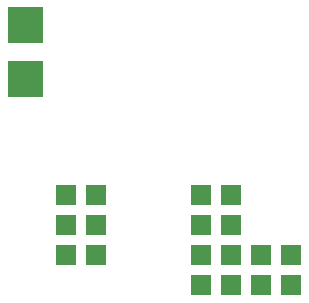
<source format=gbr>
G04 #@! TF.GenerationSoftware,KiCad,Pcbnew,(5.1.5)-3*
G04 #@! TF.CreationDate,2020-03-16T19:29:18-04:00*
G04 #@! TF.ProjectId,PicoTrackerWSPR2Rev1,5069636f-5472-4616-936b-657257535052,rev?*
G04 #@! TF.SameCoordinates,Original*
G04 #@! TF.FileFunction,Soldermask,Bot*
G04 #@! TF.FilePolarity,Negative*
%FSLAX46Y46*%
G04 Gerber Fmt 4.6, Leading zero omitted, Abs format (unit mm)*
G04 Created by KiCad (PCBNEW (5.1.5)-3) date 2020-03-16 19:29:18*
%MOMM*%
%LPD*%
G04 APERTURE LIST*
%ADD10C,0.100000*%
G04 APERTURE END LIST*
D10*
G36*
X98259000Y-93115500D02*
G01*
X96559000Y-93115500D01*
X96559000Y-91415500D01*
X98259000Y-91415500D01*
X98259000Y-93115500D01*
G37*
G36*
X95719000Y-93115500D02*
G01*
X94019000Y-93115500D01*
X94019000Y-91415500D01*
X95719000Y-91415500D01*
X95719000Y-93115500D01*
G37*
G36*
X103339000Y-93115500D02*
G01*
X101639000Y-93115500D01*
X101639000Y-91415500D01*
X103339000Y-91415500D01*
X103339000Y-93115500D01*
G37*
G36*
X100799000Y-93115500D02*
G01*
X99099000Y-93115500D01*
X99099000Y-91415500D01*
X100799000Y-91415500D01*
X100799000Y-93115500D01*
G37*
G36*
X103339000Y-90575500D02*
G01*
X101639000Y-90575500D01*
X101639000Y-88875500D01*
X103339000Y-88875500D01*
X103339000Y-90575500D01*
G37*
G36*
X100799000Y-90575500D02*
G01*
X99099000Y-90575500D01*
X99099000Y-88875500D01*
X100799000Y-88875500D01*
X100799000Y-90575500D01*
G37*
G36*
X98259000Y-90575500D02*
G01*
X96559000Y-90575500D01*
X96559000Y-88875500D01*
X98259000Y-88875500D01*
X98259000Y-90575500D01*
G37*
G36*
X86829000Y-90575500D02*
G01*
X85129000Y-90575500D01*
X85129000Y-88875500D01*
X86829000Y-88875500D01*
X86829000Y-90575500D01*
G37*
G36*
X84289000Y-90575500D02*
G01*
X82589000Y-90575500D01*
X82589000Y-88875500D01*
X84289000Y-88875500D01*
X84289000Y-90575500D01*
G37*
G36*
X95719000Y-90575500D02*
G01*
X94019000Y-90575500D01*
X94019000Y-88875500D01*
X95719000Y-88875500D01*
X95719000Y-90575500D01*
G37*
G36*
X98259000Y-88035500D02*
G01*
X96559000Y-88035500D01*
X96559000Y-86335500D01*
X98259000Y-86335500D01*
X98259000Y-88035500D01*
G37*
G36*
X95719000Y-88035500D02*
G01*
X94019000Y-88035500D01*
X94019000Y-86335500D01*
X95719000Y-86335500D01*
X95719000Y-88035500D01*
G37*
G36*
X86829000Y-88035500D02*
G01*
X85129000Y-88035500D01*
X85129000Y-86335500D01*
X86829000Y-86335500D01*
X86829000Y-88035500D01*
G37*
G36*
X84289000Y-88035500D02*
G01*
X82589000Y-88035500D01*
X82589000Y-86335500D01*
X84289000Y-86335500D01*
X84289000Y-88035500D01*
G37*
G36*
X98259000Y-85495500D02*
G01*
X96559000Y-85495500D01*
X96559000Y-83795500D01*
X98259000Y-83795500D01*
X98259000Y-85495500D01*
G37*
G36*
X95719000Y-85495500D02*
G01*
X94019000Y-85495500D01*
X94019000Y-83795500D01*
X95719000Y-83795500D01*
X95719000Y-85495500D01*
G37*
G36*
X84289000Y-85495500D02*
G01*
X82589000Y-85495500D01*
X82589000Y-83795500D01*
X84289000Y-83795500D01*
X84289000Y-85495500D01*
G37*
G36*
X86829000Y-85495500D02*
G01*
X85129000Y-85495500D01*
X85129000Y-83795500D01*
X86829000Y-83795500D01*
X86829000Y-85495500D01*
G37*
G36*
X81510000Y-76303000D02*
G01*
X78510000Y-76303000D01*
X78510000Y-73303000D01*
X81510000Y-73303000D01*
X81510000Y-76303000D01*
G37*
G36*
X81510000Y-71753000D02*
G01*
X78510000Y-71753000D01*
X78510000Y-68753000D01*
X81510000Y-68753000D01*
X81510000Y-71753000D01*
G37*
M02*

</source>
